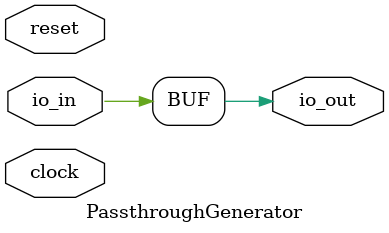
<source format=v>
module PassthroughGenerator(
  input   clock,
  input   reset,
  input   io_in,
  output  io_out
);
  assign io_out = io_in; // @[PassthroughGenerator.scala 10:10]
endmodule

</source>
